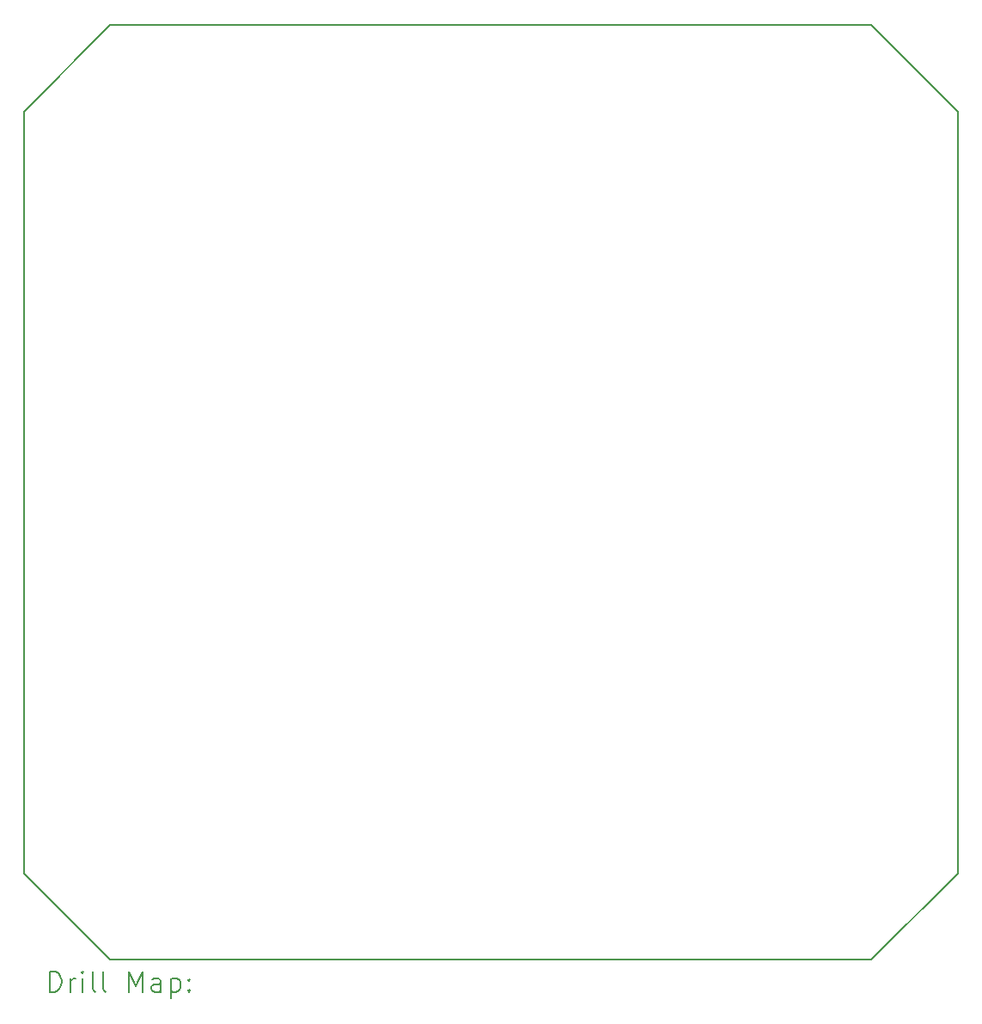
<source format=gbr>
%TF.GenerationSoftware,KiCad,Pcbnew,7.0.7-7.0.7~ubuntu22.04.1*%
%TF.CreationDate,2023-09-14T20:21:52-05:00*%
%TF.ProjectId,PacSat_devRevC_230914,50616353-6174-45f6-9465-76526576435f,0*%
%TF.SameCoordinates,Original*%
%TF.FileFunction,Drillmap*%
%TF.FilePolarity,Positive*%
%FSLAX45Y45*%
G04 Gerber Fmt 4.5, Leading zero omitted, Abs format (unit mm)*
G04 Created by KiCad (PCBNEW 7.0.7-7.0.7~ubuntu22.04.1) date 2023-09-14 20:21:52*
%MOMM*%
%LPD*%
G01*
G04 APERTURE LIST*
%ADD10C,0.150000*%
%ADD11C,0.200000*%
G04 APERTURE END LIST*
D10*
X15000000Y-6650000D02*
X15850000Y-5800000D01*
X15850000Y-15000000D02*
X15000000Y-14150000D01*
X15850000Y-15000000D02*
X23350000Y-15000000D01*
X23350000Y-15000000D02*
X24200000Y-14150000D01*
X24200000Y-14150000D02*
X24200000Y-6650000D01*
X15000000Y-6650000D02*
X15000000Y-14150000D01*
X24200000Y-6650000D02*
X23350000Y-5800000D01*
X15850000Y-5800000D02*
X23350000Y-5800000D01*
D11*
X15253277Y-15318984D02*
X15253277Y-15118984D01*
X15253277Y-15118984D02*
X15300896Y-15118984D01*
X15300896Y-15118984D02*
X15329467Y-15128508D01*
X15329467Y-15128508D02*
X15348515Y-15147555D01*
X15348515Y-15147555D02*
X15358039Y-15166603D01*
X15358039Y-15166603D02*
X15367562Y-15204698D01*
X15367562Y-15204698D02*
X15367562Y-15233269D01*
X15367562Y-15233269D02*
X15358039Y-15271365D01*
X15358039Y-15271365D02*
X15348515Y-15290412D01*
X15348515Y-15290412D02*
X15329467Y-15309460D01*
X15329467Y-15309460D02*
X15300896Y-15318984D01*
X15300896Y-15318984D02*
X15253277Y-15318984D01*
X15453277Y-15318984D02*
X15453277Y-15185650D01*
X15453277Y-15223746D02*
X15462801Y-15204698D01*
X15462801Y-15204698D02*
X15472324Y-15195174D01*
X15472324Y-15195174D02*
X15491372Y-15185650D01*
X15491372Y-15185650D02*
X15510420Y-15185650D01*
X15577086Y-15318984D02*
X15577086Y-15185650D01*
X15577086Y-15118984D02*
X15567562Y-15128508D01*
X15567562Y-15128508D02*
X15577086Y-15138031D01*
X15577086Y-15138031D02*
X15586610Y-15128508D01*
X15586610Y-15128508D02*
X15577086Y-15118984D01*
X15577086Y-15118984D02*
X15577086Y-15138031D01*
X15700896Y-15318984D02*
X15681848Y-15309460D01*
X15681848Y-15309460D02*
X15672324Y-15290412D01*
X15672324Y-15290412D02*
X15672324Y-15118984D01*
X15805658Y-15318984D02*
X15786610Y-15309460D01*
X15786610Y-15309460D02*
X15777086Y-15290412D01*
X15777086Y-15290412D02*
X15777086Y-15118984D01*
X16034229Y-15318984D02*
X16034229Y-15118984D01*
X16034229Y-15118984D02*
X16100896Y-15261841D01*
X16100896Y-15261841D02*
X16167562Y-15118984D01*
X16167562Y-15118984D02*
X16167562Y-15318984D01*
X16348515Y-15318984D02*
X16348515Y-15214222D01*
X16348515Y-15214222D02*
X16338991Y-15195174D01*
X16338991Y-15195174D02*
X16319943Y-15185650D01*
X16319943Y-15185650D02*
X16281848Y-15185650D01*
X16281848Y-15185650D02*
X16262801Y-15195174D01*
X16348515Y-15309460D02*
X16329467Y-15318984D01*
X16329467Y-15318984D02*
X16281848Y-15318984D01*
X16281848Y-15318984D02*
X16262801Y-15309460D01*
X16262801Y-15309460D02*
X16253277Y-15290412D01*
X16253277Y-15290412D02*
X16253277Y-15271365D01*
X16253277Y-15271365D02*
X16262801Y-15252317D01*
X16262801Y-15252317D02*
X16281848Y-15242793D01*
X16281848Y-15242793D02*
X16329467Y-15242793D01*
X16329467Y-15242793D02*
X16348515Y-15233269D01*
X16443753Y-15185650D02*
X16443753Y-15385650D01*
X16443753Y-15195174D02*
X16462801Y-15185650D01*
X16462801Y-15185650D02*
X16500896Y-15185650D01*
X16500896Y-15185650D02*
X16519943Y-15195174D01*
X16519943Y-15195174D02*
X16529467Y-15204698D01*
X16529467Y-15204698D02*
X16538991Y-15223746D01*
X16538991Y-15223746D02*
X16538991Y-15280888D01*
X16538991Y-15280888D02*
X16529467Y-15299936D01*
X16529467Y-15299936D02*
X16519943Y-15309460D01*
X16519943Y-15309460D02*
X16500896Y-15318984D01*
X16500896Y-15318984D02*
X16462801Y-15318984D01*
X16462801Y-15318984D02*
X16443753Y-15309460D01*
X16624705Y-15299936D02*
X16634229Y-15309460D01*
X16634229Y-15309460D02*
X16624705Y-15318984D01*
X16624705Y-15318984D02*
X16615182Y-15309460D01*
X16615182Y-15309460D02*
X16624705Y-15299936D01*
X16624705Y-15299936D02*
X16624705Y-15318984D01*
X16624705Y-15195174D02*
X16634229Y-15204698D01*
X16634229Y-15204698D02*
X16624705Y-15214222D01*
X16624705Y-15214222D02*
X16615182Y-15204698D01*
X16615182Y-15204698D02*
X16624705Y-15195174D01*
X16624705Y-15195174D02*
X16624705Y-15214222D01*
M02*

</source>
